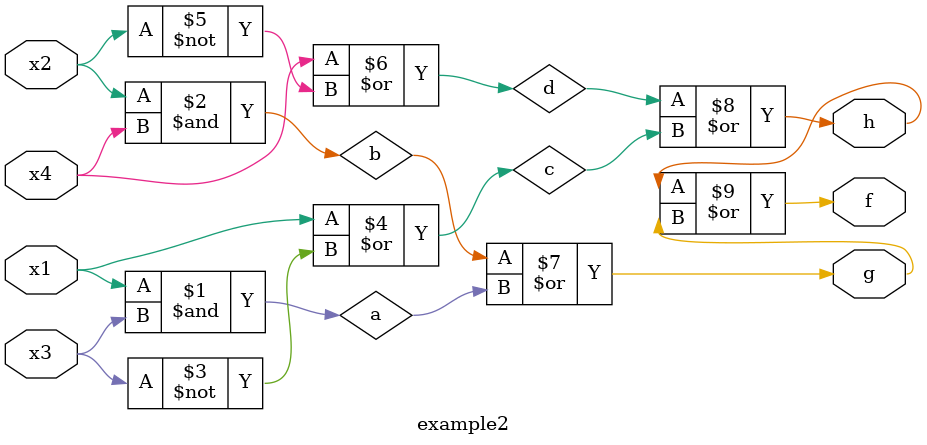
<source format=v>
`timescale 1ns / 1ps


module example2(x1, x2, x3, x4, f, g, h);
    input x1, x2, x3, x4;
    output f, g, h;
    
    and(a, x1, x3);
    and(b, x2, x4);
    or(c, x1, ~x3);
    or(d, x4, ~x2);
    
    or(g, b, a);
    or(h, d, c);
    or(f, h, g);
    
endmodule

</source>
